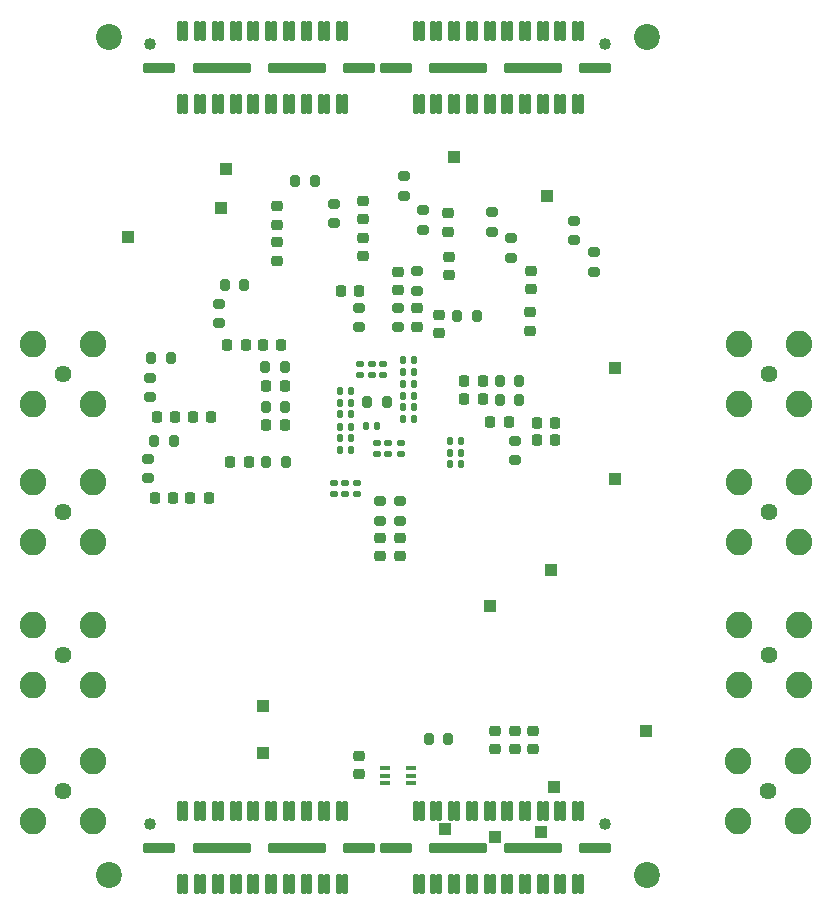
<source format=gbs>
%TF.GenerationSoftware,KiCad,Pcbnew,8.0.5*%
%TF.CreationDate,2025-04-03T13:44:51-05:00*%
%TF.ProjectId,PSEC5_Board,50534543-355f-4426-9f61-72642e6b6963,rev?*%
%TF.SameCoordinates,Original*%
%TF.FileFunction,Soldermask,Bot*%
%TF.FilePolarity,Negative*%
%FSLAX46Y46*%
G04 Gerber Fmt 4.6, Leading zero omitted, Abs format (unit mm)*
G04 Created by KiCad (PCBNEW 8.0.5) date 2025-04-03 13:44:51*
%MOMM*%
%LPD*%
G01*
G04 APERTURE LIST*
G04 Aperture macros list*
%AMRoundRect*
0 Rectangle with rounded corners*
0 $1 Rounding radius*
0 $2 $3 $4 $5 $6 $7 $8 $9 X,Y pos of 4 corners*
0 Add a 4 corners polygon primitive as box body*
4,1,4,$2,$3,$4,$5,$6,$7,$8,$9,$2,$3,0*
0 Add four circle primitives for the rounded corners*
1,1,$1+$1,$2,$3*
1,1,$1+$1,$4,$5*
1,1,$1+$1,$6,$7*
1,1,$1+$1,$8,$9*
0 Add four rect primitives between the rounded corners*
20,1,$1+$1,$2,$3,$4,$5,0*
20,1,$1+$1,$4,$5,$6,$7,0*
20,1,$1+$1,$6,$7,$8,$9,0*
20,1,$1+$1,$8,$9,$2,$3,0*%
G04 Aperture macros list end*
%ADD10R,1.000000X1.000000*%
%ADD11C,1.440000*%
%ADD12C,2.250000*%
%ADD13C,2.200000*%
%ADD14RoundRect,0.140000X0.140000X0.170000X-0.140000X0.170000X-0.140000X-0.170000X0.140000X-0.170000X0*%
%ADD15RoundRect,0.200000X-0.275000X0.200000X-0.275000X-0.200000X0.275000X-0.200000X0.275000X0.200000X0*%
%ADD16RoundRect,0.200000X-0.200000X-0.275000X0.200000X-0.275000X0.200000X0.275000X-0.200000X0.275000X0*%
%ADD17RoundRect,0.225000X-0.225000X-0.250000X0.225000X-0.250000X0.225000X0.250000X-0.225000X0.250000X0*%
%ADD18RoundRect,0.225000X0.250000X-0.225000X0.250000X0.225000X-0.250000X0.225000X-0.250000X-0.225000X0*%
%ADD19RoundRect,0.225000X0.225000X0.250000X-0.225000X0.250000X-0.225000X-0.250000X0.225000X-0.250000X0*%
%ADD20RoundRect,0.225000X-0.250000X0.225000X-0.250000X-0.225000X0.250000X-0.225000X0.250000X0.225000X0*%
%ADD21RoundRect,0.200000X0.200000X0.275000X-0.200000X0.275000X-0.200000X-0.275000X0.200000X-0.275000X0*%
%ADD22C,1.020000*%
%ADD23RoundRect,0.102000X0.150000X0.725000X-0.150000X0.725000X-0.150000X-0.725000X0.150000X-0.725000X0*%
%ADD24RoundRect,0.102000X1.270000X0.320000X-1.270000X0.320000X-1.270000X-0.320000X1.270000X-0.320000X0*%
%ADD25RoundRect,0.102000X2.350000X0.320000X-2.350000X0.320000X-2.350000X-0.320000X2.350000X-0.320000X0*%
%ADD26RoundRect,0.140000X0.170000X-0.140000X0.170000X0.140000X-0.170000X0.140000X-0.170000X-0.140000X0*%
%ADD27RoundRect,0.140000X-0.170000X0.140000X-0.170000X-0.140000X0.170000X-0.140000X0.170000X0.140000X0*%
%ADD28RoundRect,0.140000X-0.140000X-0.170000X0.140000X-0.170000X0.140000X0.170000X-0.140000X0.170000X0*%
%ADD29RoundRect,0.200000X0.275000X-0.200000X0.275000X0.200000X-0.275000X0.200000X-0.275000X-0.200000X0*%
%ADD30R,0.850001X0.399999*%
G04 APERTURE END LIST*
D10*
%TO.C,READCLK*%
X133350000Y-60925000D03*
%TD*%
D11*
%TO.C,J10*%
X119975000Y-74950000D03*
D12*
X122515000Y-72410000D03*
X117435000Y-72410000D03*
X122515000Y-77490000D03*
X117435000Y-77490000D03*
%TD*%
D10*
%TO.C,DAC_V_OUT*%
X156125000Y-94600000D03*
%TD*%
D11*
%TO.C,J3*%
X179700000Y-74950000D03*
D12*
X177160000Y-77490000D03*
X182240000Y-77490000D03*
X177160000Y-72410000D03*
X182240000Y-72410000D03*
%TD*%
D10*
%TO.C,ADC_SDO1*%
X156550000Y-114100000D03*
%TD*%
%TO.C,PED1*%
X161275000Y-91550000D03*
%TD*%
%TO.C,ADC_SDI1*%
X161500000Y-109950000D03*
%TD*%
%TO.C,THRESH1*%
X166700000Y-83825000D03*
%TD*%
D13*
%TO.C,H3*%
X123825000Y-117400000D03*
%TD*%
D10*
%TO.C,ADC_SCK*%
X160425000Y-113725000D03*
%TD*%
D11*
%TO.C,J4*%
X179700000Y-86600000D03*
D12*
X177160000Y-89140000D03*
X182240000Y-89140000D03*
X177160000Y-84060000D03*
X182240000Y-84060000D03*
%TD*%
D11*
%TO.C,J8*%
X119975000Y-98690000D03*
D12*
X122515000Y-96150000D03*
X117435000Y-96150000D03*
X122515000Y-101230000D03*
X117435000Y-101230000D03*
%TD*%
D13*
%TO.C,H2*%
X169400000Y-46450000D03*
%TD*%
D10*
%TO.C,INTEGRATOR*%
X169350000Y-105125000D03*
%TD*%
%TO.C,CLK_OUT*%
X136900000Y-107025000D03*
%TD*%
%TO.C,TRIGGERIN*%
X125500000Y-63350000D03*
%TD*%
D11*
%TO.C,J7*%
X119975000Y-110275000D03*
D12*
X122515000Y-112815000D03*
X122515000Y-107735000D03*
X117435000Y-112815000D03*
X117435000Y-107735000D03*
%TD*%
D10*
%TO.C,PSEC5_CLK_OUT*%
X136925000Y-103025000D03*
%TD*%
D11*
%TO.C,J6*%
X179695000Y-110275000D03*
D12*
X177155000Y-112815000D03*
X182235000Y-112815000D03*
X177155000Y-107735000D03*
X182235000Y-107735000D03*
%TD*%
D13*
%TO.C,H1*%
X123825000Y-46450000D03*
%TD*%
%TO.C,H4*%
X169400000Y-117400000D03*
%TD*%
D10*
%TO.C,RST*%
X160925000Y-59850000D03*
%TD*%
%TO.C,TRIGGEROUT*%
X133800000Y-57600000D03*
%TD*%
D11*
%TO.C,J9*%
X119975000Y-86600000D03*
D12*
X122515000Y-84060000D03*
X117435000Y-84060000D03*
X122515000Y-89140000D03*
X117435000Y-89140000D03*
%TD*%
D10*
%TO.C,SPICLK*%
X166675000Y-74450000D03*
%TD*%
%TO.C,ADC_CNV*%
X152325000Y-113475000D03*
%TD*%
D11*
%TO.C,J5*%
X179700000Y-98690000D03*
D12*
X177160000Y-101230000D03*
X182240000Y-101230000D03*
X177160000Y-96150000D03*
X182240000Y-96150000D03*
%TD*%
D10*
%TO.C,PICO*%
X153075000Y-56600000D03*
%TD*%
D14*
%TO.C,C17*%
X144375000Y-81350000D03*
X143415000Y-81350000D03*
%TD*%
D15*
%TO.C,R46*%
X148800000Y-58208188D03*
X148800000Y-59858188D03*
%TD*%
D16*
%TO.C,R13*%
X156925000Y-77100000D03*
X158575000Y-77100000D03*
%TD*%
D17*
%TO.C,C110*%
X133883189Y-72501301D03*
X135433189Y-72501301D03*
%TD*%
D18*
%TO.C,R10*%
X156549400Y-106710000D03*
X156549400Y-105160000D03*
%TD*%
D19*
%TO.C,C45*%
X135675000Y-82375000D03*
X134125000Y-82375000D03*
%TD*%
D20*
%TO.C,C83*%
X138050001Y-60733188D03*
X138050001Y-62283188D03*
%TD*%
D14*
%TO.C,C25*%
X153655000Y-80650000D03*
X152695000Y-80650000D03*
%TD*%
D21*
%TO.C,R47*%
X141300001Y-58558188D03*
X139650001Y-58558188D03*
%TD*%
D22*
%TO.C,J1*%
X165823400Y-46972139D03*
X127343400Y-46972139D03*
D23*
X163833400Y-45912139D03*
X163833400Y-52092139D03*
X163333400Y-45912139D03*
X163333400Y-52092139D03*
X162333400Y-45912139D03*
X162333400Y-52092139D03*
X161833400Y-45912139D03*
X161833400Y-52092139D03*
X160833400Y-45912139D03*
X160833400Y-52092139D03*
X160333400Y-45912139D03*
X160333400Y-52092139D03*
X159333400Y-45912139D03*
X159333400Y-52092139D03*
X158833400Y-45912139D03*
X158833400Y-52092139D03*
X157833400Y-45912139D03*
X157833400Y-52092139D03*
X157333400Y-45912139D03*
X157333400Y-52092139D03*
X156333400Y-45912139D03*
X156333400Y-52092139D03*
X155833400Y-45912139D03*
X155833400Y-52092139D03*
X154833400Y-45912139D03*
X154833400Y-52092139D03*
X154333400Y-45912139D03*
X154333400Y-52092139D03*
X153333400Y-45912139D03*
X153333400Y-52092139D03*
X152833400Y-45912139D03*
X152833400Y-52092139D03*
X151833400Y-45912139D03*
X151833400Y-52092139D03*
X151333400Y-45912139D03*
X151333400Y-52092139D03*
X150333400Y-45912139D03*
X150333400Y-52092139D03*
X149833400Y-45912139D03*
X149833400Y-52092139D03*
X143833400Y-45912139D03*
X143833400Y-52092139D03*
X143333400Y-45912139D03*
X143333400Y-52092139D03*
X142333400Y-45912139D03*
X142333400Y-52092139D03*
X141833400Y-45912139D03*
X141833400Y-52092139D03*
X140833400Y-45912139D03*
X140833400Y-52092139D03*
X140333400Y-45912139D03*
X140333400Y-52092139D03*
X139333400Y-45912139D03*
X139333400Y-52092139D03*
X138833400Y-45912139D03*
X138833400Y-52092139D03*
X137833400Y-45912139D03*
X137833400Y-52092139D03*
X137333400Y-45912139D03*
X137333400Y-52092139D03*
X136333400Y-45912139D03*
X136333400Y-52092139D03*
X135833400Y-45912139D03*
X135833400Y-52092139D03*
X134833400Y-45912139D03*
X134833400Y-52092139D03*
X134333400Y-45912139D03*
X134333400Y-52092139D03*
X133333400Y-45912139D03*
X133333400Y-52092139D03*
X132833400Y-45912139D03*
X132833400Y-52092139D03*
X131833400Y-45912139D03*
X131833400Y-52092139D03*
X131333400Y-45912139D03*
X131333400Y-52092139D03*
X130333400Y-45912139D03*
X130333400Y-52092139D03*
X129833400Y-45912139D03*
X129833400Y-52092139D03*
D24*
X165033400Y-49002139D03*
D25*
X159763400Y-49002139D03*
X153413400Y-49002139D03*
D24*
X148143400Y-49002139D03*
X145023400Y-49002139D03*
D25*
X139753400Y-49002139D03*
X133403400Y-49002139D03*
D24*
X128133400Y-49002139D03*
%TD*%
D20*
%TO.C,C79*%
X145400000Y-60308188D03*
X145400000Y-61858188D03*
%TD*%
D26*
%TO.C,C20*%
X147075000Y-75055000D03*
X147075000Y-74095000D03*
%TD*%
D19*
%TO.C,C42*%
X145025000Y-67875000D03*
X143475000Y-67875000D03*
%TD*%
D20*
%TO.C,C48*%
X148500000Y-88825000D03*
X148500000Y-90375000D03*
%TD*%
D27*
%TO.C,C11*%
X146520000Y-80745000D03*
X146520000Y-81705000D03*
%TD*%
D22*
%TO.C,J2*%
X165823400Y-113035000D03*
X127343400Y-113035000D03*
D23*
X163833400Y-111975000D03*
X163833400Y-118155000D03*
X163333400Y-111975000D03*
X163333400Y-118155000D03*
X162333400Y-111975000D03*
X162333400Y-118155000D03*
X161833400Y-111975000D03*
X161833400Y-118155000D03*
X160833400Y-111975000D03*
X160833400Y-118155000D03*
X160333400Y-111975000D03*
X160333400Y-118155000D03*
X159333400Y-111975000D03*
X159333400Y-118155000D03*
X158833400Y-111975000D03*
X158833400Y-118155000D03*
X157833400Y-111975000D03*
X157833400Y-118155000D03*
X157333400Y-111975000D03*
X157333400Y-118155000D03*
X156333400Y-111975000D03*
X156333400Y-118155000D03*
X155833400Y-111975000D03*
X155833400Y-118155000D03*
X154833400Y-111975000D03*
X154833400Y-118155000D03*
X154333400Y-111975000D03*
X154333400Y-118155000D03*
X153333400Y-111975000D03*
X153333400Y-118155000D03*
X152833400Y-111975000D03*
X152833400Y-118155000D03*
X151833400Y-111975000D03*
X151833400Y-118155000D03*
X151333400Y-111975000D03*
X151333400Y-118155000D03*
X150333400Y-111975000D03*
X150333400Y-118155000D03*
X149833400Y-111975000D03*
X149833400Y-118155000D03*
X143833400Y-111975000D03*
X143833400Y-118155000D03*
X143333400Y-111975000D03*
X143333400Y-118155000D03*
X142333400Y-111975000D03*
X142333400Y-118155000D03*
X141833400Y-111975000D03*
X141833400Y-118155000D03*
X140833400Y-111975000D03*
X140833400Y-118155000D03*
X140333400Y-111975000D03*
X140333400Y-118155000D03*
X139333400Y-111975000D03*
X139333400Y-118155000D03*
X138833400Y-111975000D03*
X138833400Y-118155000D03*
X137833400Y-111975000D03*
X137833400Y-118155000D03*
X137333400Y-111975000D03*
X137333400Y-118155000D03*
X136333400Y-111975000D03*
X136333400Y-118155000D03*
X135833400Y-111975000D03*
X135833400Y-118155000D03*
X134833400Y-111975000D03*
X134833400Y-118155000D03*
X134333400Y-111975000D03*
X134333400Y-118155000D03*
X133333400Y-111975000D03*
X133333400Y-118155000D03*
X132833400Y-111975000D03*
X132833400Y-118155000D03*
X131833400Y-111975000D03*
X131833400Y-118155000D03*
X131333400Y-111975000D03*
X131333400Y-118155000D03*
X130333400Y-111975000D03*
X130333400Y-118155000D03*
X129833400Y-111975000D03*
X129833400Y-118155000D03*
D24*
X165033400Y-115065000D03*
D25*
X159763400Y-115065000D03*
X153413400Y-115065000D03*
D24*
X148143400Y-115065000D03*
X145023400Y-115065000D03*
D25*
X139753400Y-115065000D03*
X133403400Y-115065000D03*
D24*
X128133400Y-115065000D03*
%TD*%
D18*
%TO.C,C41*%
X148350000Y-67825000D03*
X148350000Y-66275000D03*
%TD*%
D14*
%TO.C,C15*%
X144375000Y-79400000D03*
X143415000Y-79400000D03*
%TD*%
D28*
%TO.C,C8*%
X148720000Y-78725000D03*
X149680000Y-78725000D03*
%TD*%
D19*
%TO.C,C44*%
X138725000Y-79275000D03*
X137175000Y-79275000D03*
%TD*%
D29*
%TO.C,R35*%
X164950000Y-66300000D03*
X164950000Y-64650000D03*
%TD*%
D26*
%TO.C,C18*%
X146100000Y-75055000D03*
X146100000Y-74095000D03*
%TD*%
D21*
%TO.C,R19*%
X138825000Y-82375000D03*
X137175000Y-82375000D03*
%TD*%
D18*
%TO.C,C82*%
X138050001Y-65333188D03*
X138050001Y-63783188D03*
%TD*%
D17*
%TO.C,C39*%
X153950000Y-77075000D03*
X155500000Y-77075000D03*
%TD*%
D26*
%TO.C,C2*%
X144850000Y-85105000D03*
X144850000Y-84145000D03*
%TD*%
%TO.C,C3*%
X143870000Y-85110000D03*
X143870000Y-84150000D03*
%TD*%
D21*
%TO.C,R1*%
X147375000Y-77275000D03*
X145725000Y-77275000D03*
%TD*%
%TO.C,R17*%
X138725000Y-74350000D03*
X137075000Y-74350000D03*
%TD*%
D19*
%TO.C,C111*%
X132509444Y-78574999D03*
X130959444Y-78574999D03*
%TD*%
D18*
%TO.C,C69*%
X152600000Y-62885700D03*
X152600000Y-61335700D03*
%TD*%
D29*
%TO.C,R52*%
X150475000Y-62708188D03*
X150475000Y-61058188D03*
%TD*%
D20*
%TO.C,C49*%
X146800000Y-88800000D03*
X146800000Y-90350000D03*
%TD*%
D29*
%TO.C,R41*%
X157875000Y-65110700D03*
X157875000Y-63460700D03*
%TD*%
D28*
%TO.C,C9*%
X148720000Y-77750000D03*
X149680000Y-77750000D03*
%TD*%
D26*
%TO.C,C19*%
X145125000Y-75055000D03*
X145125000Y-74095000D03*
%TD*%
D16*
%TO.C,R21*%
X153350000Y-70050000D03*
X155000000Y-70050000D03*
%TD*%
D15*
%TO.C,R76*%
X127164300Y-82125000D03*
X127164300Y-83775000D03*
%TD*%
D18*
%TO.C,C47*%
X151800000Y-71500000D03*
X151800000Y-69950000D03*
%TD*%
D17*
%TO.C,C120*%
X127714300Y-85475000D03*
X129264300Y-85475000D03*
%TD*%
D19*
%TO.C,C43*%
X138725000Y-75925000D03*
X137175000Y-75925000D03*
%TD*%
D29*
%TO.C,R15*%
X148350000Y-70975000D03*
X148350000Y-69325000D03*
%TD*%
D16*
%TO.C,R72*%
X133658189Y-67376301D03*
X135308189Y-67376301D03*
%TD*%
D19*
%TO.C,C119*%
X132289300Y-85475000D03*
X130739300Y-85475000D03*
%TD*%
D15*
%TO.C,R67*%
X127309444Y-75274999D03*
X127309444Y-76924999D03*
%TD*%
D18*
%TO.C,C36*%
X158229400Y-106710000D03*
X158229400Y-105160000D03*
%TD*%
D16*
%TO.C,R79*%
X127689300Y-80650000D03*
X129339300Y-80650000D03*
%TD*%
D14*
%TO.C,C5*%
X144380000Y-76375000D03*
X143420000Y-76375000D03*
%TD*%
D28*
%TO.C,C10*%
X148720000Y-76775000D03*
X149680000Y-76775000D03*
%TD*%
D15*
%TO.C,R66*%
X133133189Y-68976301D03*
X133133189Y-70626301D03*
%TD*%
D20*
%TO.C,C29*%
X159729400Y-105150000D03*
X159729400Y-106700000D03*
%TD*%
D17*
%TO.C,C61*%
X160075000Y-80550000D03*
X161625000Y-80550000D03*
%TD*%
D18*
%TO.C,C68*%
X152625000Y-66585700D03*
X152625000Y-65035700D03*
%TD*%
D15*
%TO.C,R22*%
X148500000Y-85725000D03*
X148500000Y-87375000D03*
%TD*%
D17*
%TO.C,C57*%
X156150000Y-79000000D03*
X157700000Y-79000000D03*
%TD*%
D26*
%TO.C,C1*%
X142875000Y-85105000D03*
X142875000Y-84145000D03*
%TD*%
D20*
%TO.C,C77*%
X145400000Y-63408188D03*
X145400000Y-64958188D03*
%TD*%
%TO.C,C59*%
X159498699Y-69725000D03*
X159498699Y-71275000D03*
%TD*%
D29*
%TO.C,R34*%
X158225000Y-82225000D03*
X158225000Y-80575000D03*
%TD*%
D15*
%TO.C,R53*%
X142900001Y-60533188D03*
X142900001Y-62183188D03*
%TD*%
D28*
%TO.C,C4*%
X145595000Y-79375000D03*
X146555000Y-79375000D03*
%TD*%
D16*
%TO.C,R73*%
X127434444Y-73549999D03*
X129084444Y-73549999D03*
%TD*%
D21*
%TO.C,R18*%
X138775000Y-77775000D03*
X137125000Y-77775000D03*
%TD*%
D17*
%TO.C,C60*%
X160075000Y-79050000D03*
X161625000Y-79050000D03*
%TD*%
D30*
%TO.C,U2*%
X149450000Y-108300000D03*
X149450000Y-108950001D03*
X149450000Y-109600000D03*
X147199999Y-109600000D03*
X147199999Y-108950001D03*
X147199999Y-108300000D03*
%TD*%
D28*
%TO.C,C22*%
X148720000Y-75755000D03*
X149680000Y-75755000D03*
%TD*%
D27*
%TO.C,C13*%
X148570000Y-80745000D03*
X148570000Y-81705000D03*
%TD*%
D29*
%TO.C,R20*%
X149925000Y-67875000D03*
X149925000Y-66225000D03*
%TD*%
D16*
%TO.C,R11*%
X150929400Y-105850000D03*
X152579400Y-105850000D03*
%TD*%
D14*
%TO.C,C6*%
X144380000Y-77370000D03*
X143420000Y-77370000D03*
%TD*%
D16*
%TO.C,R14*%
X156925000Y-75550000D03*
X158575000Y-75550000D03*
%TD*%
D18*
%TO.C,C46*%
X149925000Y-70925000D03*
X149925000Y-69375000D03*
%TD*%
D29*
%TO.C,R16*%
X145050000Y-71000000D03*
X145050000Y-69350000D03*
%TD*%
D17*
%TO.C,C40*%
X153950000Y-75550000D03*
X155500000Y-75550000D03*
%TD*%
D15*
%TO.C,R38*%
X156275000Y-61260700D03*
X156275000Y-62910700D03*
%TD*%
D14*
%TO.C,C26*%
X153655000Y-82600000D03*
X152695000Y-82600000D03*
%TD*%
D18*
%TO.C,C63*%
X159548699Y-67750000D03*
X159548699Y-66200000D03*
%TD*%
D14*
%TO.C,C27*%
X153655000Y-81625000D03*
X152695000Y-81625000D03*
%TD*%
%TO.C,C7*%
X144380000Y-78350000D03*
X143420000Y-78350000D03*
%TD*%
D28*
%TO.C,C24*%
X148720000Y-73780000D03*
X149680000Y-73780000D03*
%TD*%
%TO.C,C23*%
X148720000Y-74775000D03*
X149680000Y-74775000D03*
%TD*%
D20*
%TO.C,C21*%
X145025000Y-107250000D03*
X145025000Y-108800000D03*
%TD*%
D14*
%TO.C,C16*%
X144370000Y-80375000D03*
X143410000Y-80375000D03*
%TD*%
D17*
%TO.C,C113*%
X127909444Y-78574999D03*
X129459444Y-78574999D03*
%TD*%
D27*
%TO.C,C12*%
X147525000Y-80745000D03*
X147525000Y-81705000D03*
%TD*%
D15*
%TO.C,R23*%
X146775000Y-85725000D03*
X146775000Y-87375000D03*
%TD*%
D19*
%TO.C,C107*%
X138458189Y-72501301D03*
X136908189Y-72501301D03*
%TD*%
D15*
%TO.C,R29*%
X163223699Y-61975000D03*
X163223699Y-63625000D03*
%TD*%
M02*

</source>
